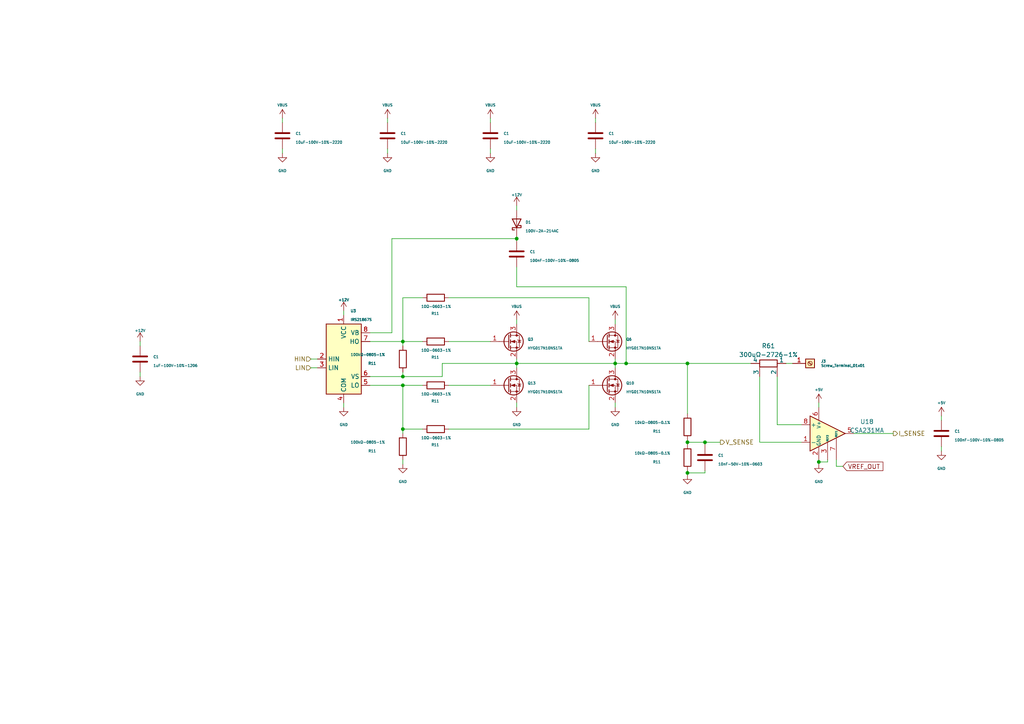
<source format=kicad_sch>
(kicad_sch (version 20230121) (generator eeschema)
  (paper "A4")
  (lib_symbols
    (symbol "Amplifier_Current:INA240A1D" (pin_names (offset 0.127))
      (property "Reference" "U" (at 3.81 3.81 0))
      (property "Value" "INA240A1D" (at 3.81 -2.54 0))
      (symbol "INA240A1D_0_1"
        (polyline (pts (xy 5.08 0) (xy -5.08 5.08) (xy -5.08 -5.08) (xy 5.08 0)) (stroke (width 0.254)) (fill (type background)))
      )
      (symbol "INA240A1D_1_1"
        (pin input line (at -7.62 -2.54 0) (length 2.54) (name "-") (number "1"))
        (pin power_in line (at -2.54 -7.62 90) (length 3.81) (name "GND") (number "2"))
        (pin passive line (at 0 -7.62 90) (length 5.08) (name "REF2") (number "3"))
        (pin passive line (at -2.54 -7.62 90) (length 3.81) hide (name "GND") (number "4"))
        (pin output line (at 7.62 0 180) (length 2.54) (name "~") (number "5"))
        (pin power_in line (at -2.54 7.62 270) (length 3.81) (name "V+") (number "6"))
        (pin passive line (at 2.54 -7.62 90) (length 6.35) (name "REF1") (number "7"))
        (pin input line (at -7.62 2.54 0) (length 2.54) (name "+") (number "8"))
      )
    )
    (symbol "Connector:Screw_Terminal_01x01" (pin_names (offset 1.016) hide)
      (property "Reference" "J" (at 0 2.54 0))
      (property "Value" "Screw_Terminal_01x01" (at 0 -2.54 0))
      (symbol "Screw_Terminal_01x01_1_1"
        (rectangle (start -1.27 1.27) (end 1.27 -1.27) (stroke (width 0.254)) (fill (type background)))
        (polyline (pts (xy -0.5334 0.3302) (xy 0.3302 -0.508)) (stroke (width 0.1524)))
        (polyline (pts (xy -0.3556 0.508) (xy 0.508 -0.3302)) (stroke (width 0.1524)))
        (circle (center 0 0) (radius 0.635) (stroke (width 0.1524)))
        (pin passive line (at -5.08 0 0) (length 3.81) (name "Pin_1") (number "1"))
      )
    )
    (symbol "Device:C" (pin_numbers hide) (pin_names (offset 0.254))
      (property "Reference" "C" (at 0.635 2.54 0))
      (property "Value" "C" (at 0.635 -2.54 0))
      (symbol "C_0_1"
        (polyline (pts (xy -2.032 -0.762) (xy 2.032 -0.762)) (stroke (width 0.508)))
        (polyline (pts (xy -2.032 0.762) (xy 2.032 0.762)) (stroke (width 0.508)))
      )
      (symbol "C_1_1"
        (pin passive line (at 0 3.81 270) (length 2.794) (name "~") (number "1"))
        (pin passive line (at 0 -3.81 90) (length 2.794) (name "~") (number "2"))
      )
    )
    (symbol "Device:D_Schottky" (pin_numbers hide) (pin_names (offset 1.016) hide)
      (property "Reference" "D" (at 0 2.54 0))
      (property "Value" "D_Schottky" (at 0 -2.54 0))
      (symbol "D_Schottky_0_1"
        (polyline (pts (xy 1.27 0) (xy -1.27 0)))
        (polyline (pts (xy 1.27 1.27) (xy 1.27 -1.27) (xy -1.27 0) (xy 1.27 1.27)) (stroke (width 0.254)))
        (polyline (pts (xy -1.905 0.635) (xy -1.905 1.27) (xy -1.27 1.27) (xy -1.27 -1.27) (xy -0.635 -1.27) (xy -0.635 -0.635)) (stroke (width 0.254)))
      )
      (symbol "D_Schottky_1_1"
        (pin passive line (at -3.81 0 0) (length 2.54) (name "K") (number "1"))
        (pin passive line (at 3.81 0 180) (length 2.54) (name "A") (number "2"))
      )
    )
    (symbol "Device:R" (pin_numbers hide) (pin_names (offset 0))
      (property "Reference" "R" (at 2.032 0 90))
      (property "Value" "R" (at 0 0 90))
      (symbol "R_0_1"
        (rectangle (start -1.016 -2.54) (end 1.016 2.54) (stroke (width 0.254)))
      )
      (symbol "R_1_1"
        (pin passive line (at 0 3.81 270) (length 1.27) (name "~") (number "1"))
        (pin passive line (at 0 -3.81 90) (length 1.27) (name "~") (number "2"))
      )
    )
    (symbol "Device:R_Shunt" (pin_numbers hide) (pin_names (offset 0))
      (property "Reference" "R" (at -4.445 0 90))
      (property "Value" "R_Shunt" (at -2.54 0 90))
      (symbol "R_Shunt_0_1"
        (rectangle (start -1.016 -2.54) (end 1.016 2.54) (stroke (width 0.254)))
        (polyline (pts (xy 0 -2.54) (xy 1.27 -2.54)))
        (polyline (pts (xy 1.27 2.54) (xy 0 2.54)))
      )
      (symbol "R_Shunt_1_1"
        (pin passive line (at 0 5.08 270) (length 2.54) (name "1") (number "1"))
        (pin passive line (at 3.81 2.54 180) (length 2.54) (name "2") (number "2"))
        (pin passive line (at 3.81 -2.54 180) (length 2.54) (name "3") (number "3"))
        (pin passive line (at 0 -5.08 90) (length 2.54) (name "4") (number "4"))
      )
    )
    (symbol "Driver_FET:IRS21867S"
      (property "Reference" "U" (at 1.27 13.335 0))
      (property "Value" "IRS21867S" (at 1.27 11.43 0))
      (symbol "IRS21867S_0_1"
        (rectangle (start -5.08 -10.16) (end 5.08 10.16) (stroke (width 0.254)) (fill (type background)))
      )
      (symbol "IRS21867S_1_1"
        (pin power_in line (at 0 12.7 270) (length 2.54) (name "VCC") (number "1"))
        (pin input line (at -7.62 0 0) (length 2.54) (name "HIN") (number "2"))
        (pin input line (at -7.62 -2.54 0) (length 2.54) (name "LIN") (number "3"))
        (pin power_in line (at 0 -12.7 90) (length 2.54) (name "COM") (number "4"))
        (pin output line (at 7.62 -7.62 180) (length 2.54) (name "LO") (number "5"))
        (pin passive line (at 7.62 -5.08 180) (length 2.54) (name "VS") (number "6"))
        (pin output line (at 7.62 5.08 180) (length 2.54) (name "HO") (number "7"))
        (pin passive line (at 7.62 7.62 180) (length 2.54) (name "VB") (number "8"))
      )
    )
    (symbol "Transistor_FET:2N7002H" (pin_names hide)
      (property "Reference" "Q" (at 5.08 1.905 0))
      (property "Value" "2N7002H" (at 5.08 0 0))
      (symbol "2N7002H_0_1"
        (polyline (pts (xy 0.254 0) (xy -2.54 0)))
        (polyline (pts (xy 0.254 1.905) (xy 0.254 -1.905)) (stroke (width 0.254)))
        (polyline (pts (xy 0.762 -1.27) (xy 0.762 -2.286)) (stroke (width 0.254)))
        (polyline (pts (xy 0.762 0.508) (xy 0.762 -0.508)) (stroke (width 0.254)))
        (polyline (pts (xy 0.762 2.286) (xy 0.762 1.27)) (stroke (width 0.254)))
        (polyline (pts (xy 2.54 2.54) (xy 2.54 1.778)))
        (polyline (pts (xy 2.54 -2.54) (xy 2.54 0) (xy 0.762 0)))
        (polyline (pts (xy 0.762 -1.778) (xy 3.302 -1.778) (xy 3.302 1.778) (xy 0.762 1.778)))
        (polyline (pts (xy 1.016 0) (xy 2.032 0.381) (xy 2.032 -0.381) (xy 1.016 0)) (fill (type outline)))
        (polyline (pts (xy 2.794 0.508) (xy 2.921 0.381) (xy 3.683 0.381) (xy 3.81 0.254)))
        (polyline (pts (xy 3.302 0.381) (xy 2.921 -0.254) (xy 3.683 -0.254) (xy 3.302 0.381)))
        (circle (center 1.651 0) (radius 2.794) (stroke (width 0.254)))
        (circle (center 2.54 -1.778) (radius 0.254) (fill (type outline)))
        (circle (center 2.54 1.778) (radius 0.254) (fill (type outline)))
      )
      (symbol "2N7002H_1_1"
        (pin input line (at -5.08 0 0) (length 2.54) (name "G") (number "1"))
        (pin passive line (at 2.54 -5.08 90) (length 2.54) (name "S") (number "2"))
        (pin passive line (at 2.54 5.08 270) (length 2.54) (name "D") (number "3"))
      )
    )
    (symbol "power:+12V" (power) (pin_names (offset 0))
      (property "Value" "+12V" (at 0 3.556 0))
      (symbol "+12V_0_1"
        (polyline (pts (xy -0.762 1.27) (xy 0 2.54)))
        (polyline (pts (xy 0 0) (xy 0 2.54)))
        (polyline (pts (xy 0 2.54) (xy 0.762 1.27)))
      )
      (symbol "+12V_1_1"
        (pin power_in line (at 0 0 90) (length 0) hide (name "+12V") (number "1"))
      )
    )
    (symbol "power:+5V" (power) (pin_names (offset 0))
      (property "Value" "+5V" (at 0 3.556 0))
      (symbol "+5V_0_1"
        (polyline (pts (xy -0.762 1.27) (xy 0 2.54)))
        (polyline (pts (xy 0 0) (xy 0 2.54)))
        (polyline (pts (xy 0 2.54) (xy 0.762 1.27)))
      )
      (symbol "+5V_1_1"
        (pin power_in line (at 0 0 90) (length 0) hide (name "+5V") (number "1"))
      )
    )
    (symbol "power:GND" (power) (pin_names (offset 0))
      (property "Value" "GND" (at 0 -3.81 0))
      (symbol "GND_0_1"
        (polyline (pts (xy 0 0) (xy 0 -1.27) (xy 1.27 -1.27) (xy 0 -2.54) (xy -1.27 -1.27) (xy 0 -1.27)))
      )
      (symbol "GND_1_1"
        (pin power_in line (at 0 0 270) (length 0) hide (name "GND") (number "1"))
      )
    )
    (symbol "power:VBUS" (power) (pin_names (offset 0))
      (property "Value" "VBUS" (at 0 3.81 0))
      (symbol "VBUS_0_1"
        (polyline (pts (xy -0.762 1.27) (xy 0 2.54)))
        (polyline (pts (xy 0 0) (xy 0 2.54)))
        (polyline (pts (xy 0 2.54) (xy 0.762 1.27)))
      )
      (symbol "VBUS_1_1"
        (pin power_in line (at 0 0 90) (length 0) hide (name "VBUS") (number "1"))
      )
    )
  )
  (junction (at 116.84 99.06))
  (junction (at 181.61 105.41))
  (junction (at 178.435 105.41))
  (junction (at 204.47 128.27))
  (junction (at 199.39 128.27))
  (junction (at 237.49 133.985))
  (junction (at 116.84 124.46))
  (junction (at 116.84 111.76))
  (junction (at 149.86 69.215))
  (junction (at 116.84 109.22))
  (junction (at 199.39 105.41))
  (junction (at 149.86 105.41))
  (junction (at 199.39 137.16))
  (wire (pts (xy 116.84 109.22) (xy 128.27 109.22)))
  (wire (pts (xy 130.175 99.06) (xy 142.24 99.06)))
  (wire (pts (xy 199.39 105.41) (xy 217.805 105.41)))
  (wire (pts (xy 142.24 43.18) (xy 142.24 44.45)))
  (wire (pts (xy 149.86 68.58) (xy 149.86 69.215)))
  (wire (pts (xy 149.86 105.41) (xy 178.435 105.41)))
  (wire (pts (xy 116.84 99.06) (xy 116.84 100.33)))
  (wire (pts (xy 116.84 86.36) (xy 116.84 99.06)))
  (wire (pts (xy 112.395 43.18) (xy 112.395 44.45)))
  (wire (pts (xy 149.86 83.185) (xy 181.61 83.185)))
  (wire (pts (xy 149.86 69.215) (xy 149.86 69.85)))
  (wire (pts (xy 178.435 105.41) (xy 178.435 106.68)))
  (wire (pts (xy 181.61 105.41) (xy 199.39 105.41)))
  (wire (pts (xy 199.39 105.41) (xy 199.39 120.015)))
  (wire (pts (xy 273.05 129.54) (xy 273.05 130.81)))
  (wire (pts (xy 122.555 86.36) (xy 116.84 86.36)))
  (wire (pts (xy 112.395 34.29) (xy 112.395 35.56)))
  (wire (pts (xy 149.86 104.14) (xy 149.86 105.41)))
  (wire (pts (xy 204.47 128.905) (xy 204.47 128.27)))
  (wire (pts (xy 113.665 96.52) (xy 113.665 69.215)))
  (wire (pts (xy 107.315 99.06) (xy 116.84 99.06)))
  (wire (pts (xy 130.175 86.36) (xy 170.815 86.36)))
  (wire (pts (xy 199.39 136.525) (xy 199.39 137.16)))
  (wire (pts (xy 116.84 133.35) (xy 116.84 134.62)))
  (wire (pts (xy 237.49 133.985) (xy 237.49 134.62)))
  (wire (pts (xy 116.84 99.06) (xy 122.555 99.06)))
  (wire (pts (xy 99.695 116.84) (xy 99.695 118.11)))
  (wire (pts (xy 90.17 106.68) (xy 92.075 106.68)))
  (wire (pts (xy 204.47 137.16) (xy 204.47 136.525)))
  (wire (pts (xy 116.84 124.46) (xy 116.84 111.76)))
  (wire (pts (xy 149.86 116.84) (xy 149.86 118.11)))
  (wire (pts (xy 247.65 125.73) (xy 259.08 125.73)))
  (wire (pts (xy 199.39 137.16) (xy 204.47 137.16)))
  (wire (pts (xy 232.41 123.19) (xy 225.425 123.19)))
  (wire (pts (xy 237.49 116.84) (xy 237.49 118.11)))
  (wire (pts (xy 116.84 124.46) (xy 116.84 125.73)))
  (wire (pts (xy 199.39 127.635) (xy 199.39 128.27)))
  (wire (pts (xy 130.175 111.76) (xy 142.24 111.76)))
  (wire (pts (xy 149.86 59.69) (xy 149.86 60.96)))
  (wire (pts (xy 244.475 135.255) (xy 242.57 135.255)))
  (wire (pts (xy 220.345 128.27) (xy 220.345 109.22)))
  (wire (pts (xy 178.435 105.41) (xy 181.61 105.41)))
  (wire (pts (xy 240.03 133.985) (xy 237.49 133.985)))
  (wire (pts (xy 240.03 133.35) (xy 240.03 133.985)))
  (wire (pts (xy 116.84 107.95) (xy 116.84 109.22)))
  (wire (pts (xy 199.39 128.27) (xy 199.39 128.905)))
  (wire (pts (xy 181.61 83.185) (xy 181.61 105.41)))
  (wire (pts (xy 170.815 86.36) (xy 170.815 99.06)))
  (wire (pts (xy 142.24 34.29) (xy 142.24 35.56)))
  (wire (pts (xy 99.695 90.17) (xy 99.695 91.44)))
  (wire (pts (xy 172.72 43.18) (xy 172.72 44.45)))
  (wire (pts (xy 116.84 111.76) (xy 122.555 111.76)))
  (wire (pts (xy 149.86 92.71) (xy 149.86 93.98)))
  (wire (pts (xy 273.05 120.65) (xy 273.05 121.92)))
  (wire (pts (xy 122.555 124.46) (xy 116.84 124.46)))
  (wire (pts (xy 199.39 137.16) (xy 199.39 137.795)))
  (wire (pts (xy 225.425 123.19) (xy 225.425 109.22)))
  (wire (pts (xy 170.815 111.76) (xy 170.815 124.46)))
  (wire (pts (xy 107.315 96.52) (xy 113.665 96.52)))
  (wire (pts (xy 128.27 105.41) (xy 149.86 105.41)))
  (wire (pts (xy 81.915 34.29) (xy 81.915 35.56)))
  (wire (pts (xy 40.64 107.95) (xy 40.64 109.22)))
  (wire (pts (xy 40.64 99.06) (xy 40.64 100.33)))
  (wire (pts (xy 113.665 69.215) (xy 149.86 69.215)))
  (wire (pts (xy 149.86 77.47) (xy 149.86 83.185)))
  (wire (pts (xy 178.435 104.14) (xy 178.435 105.41)))
  (wire (pts (xy 204.47 128.27) (xy 199.39 128.27)))
  (wire (pts (xy 107.315 111.76) (xy 116.84 111.76)))
  (wire (pts (xy 204.47 128.27) (xy 208.915 128.27)))
  (wire (pts (xy 232.41 128.27) (xy 220.345 128.27)))
  (wire (pts (xy 172.72 34.29) (xy 172.72 35.56)))
  (wire (pts (xy 128.27 109.22) (xy 128.27 105.41)))
  (wire (pts (xy 178.435 116.84) (xy 178.435 118.11)))
  (wire (pts (xy 81.915 43.18) (xy 81.915 44.45)))
  (wire (pts (xy 242.57 135.255) (xy 242.57 133.35)))
  (wire (pts (xy 178.435 92.71) (xy 178.435 93.98)))
  (wire (pts (xy 227.965 105.41) (xy 229.87 105.41)))
  (wire (pts (xy 107.315 109.22) (xy 116.84 109.22)))
  (wire (pts (xy 130.175 124.46) (xy 170.815 124.46)))
  (wire (pts (xy 149.86 105.41) (xy 149.86 106.68)))
  (wire (pts (xy 237.49 133.35) (xy 237.49 133.985)))
  (wire (pts (xy 90.17 104.14) (xy 92.075 104.14)))
  (global_label "VREF_OUT" (shape input) (at 244.475 135.255 0) (property "Intersheetrefs" "${INTERSHEET_REFS}" (effects hide)))
  (hierarchical_label "HIN" (shape input) (at 90.17 104.14 180))
  (hierarchical_label "V_SENSE" (shape output) (at 208.915 128.27 0))
  (hierarchical_label "I_SENSE" (shape output) (at 259.08 125.73 0))
  (hierarchical_label "LIN" (shape input) (at 90.17 106.68 180))
  (symbol (lib_id "power:VBUS") (at 149.86 92.71 0) (unit 1)
    (property "Reference" "#PWR013" (effects hide))
    (property "Value" "VBUS" (at 149.86 88.9 0) (effects (font (size 0.75 0.75))))
    (instances (project "Knockoff Inverter" (path "" (reference "#PWR013") (unit 1)) (path "" (reference "#PWR0134") (unit 1)) (path "" (reference "#PWR0152") (unit 1))))
  )
  (symbol (lib_id "Device:D_Schottky") (at 149.86 64.77 90) (unit 1)
    (property "Reference" "D1" (at 152.4 64.4525 90) (effects (font (size 0.75 0.75)) (justify right)))
    (property "Value" "100V-2A-214AC" (at 152.4 66.9925 90) (effects (font (size 0.75 0.75)) (justify right)))
    (property "Footprint" "Diode_SMD:D_SMA" (effects hide))
    (property "Datasheet" "https://www.lcsc.com/product-detail/Schottky-Barrier-Diodes-SBD_MDD-Microdiode-Electronics-SS210_C14996.html" (effects hide))
    (property "LCSC" "C14996" (effects hide))
    (property "MPN" "C14996" (effects hide))
    (instances (project "Knockoff Inverter" (path "" (reference "D1") (unit 1)) (path "" (reference "D1") (unit 1)) (path "" (reference "D6") (unit 1)) (path "" (reference "D7") (unit 1))))
  )
  (symbol (lib_id "power:VBUS") (at 172.72 34.29 0) (unit 1)
    (property "Reference" "#PWR018" (effects hide))
    (property "Value" "VBUS" (at 172.72 30.48 0) (effects (font (size 0.75 0.75))))
    (instances (project "Knockoff Inverter" (path "" (reference "#PWR018") (unit 1)) (path "" (reference "#PWR0136") (unit 1)) (path "" (reference "#PWR0154") (unit 1))))
  )
  (symbol (lib_id "Transistor_FET:2N7002H") (at 175.895 99.06 0) (unit 1)
    (property "Reference" "Q6" (at 181.61 98.425 0) (effects (font (size 0.75 0.75)) (justify left)))
    (property "Value" "HYG017N10NS1TA" (at 181.61 100.965 0) (effects (font (size 0.75 0.75)) (justify left)))
    (property "Footprint" "Package_TO_SOT_SMD:Infineon_PG-HSOF-8-1_ThermalVias" (effects hide))
    (property "Datasheet" "https://jlcpcb.com/partdetail/Huayi-HYG028N10NS1B6/C2886383" (effects hide))
    (property "LCSC" "C5205219" (effects hide))
    (property "MPN" "C5205219" (effects hide))
    (instances (project "Knockoff Inverter" (path "" (reference "Q6") (unit 1)) (path "" (reference "Q4") (unit 1)) (path "" (reference "Q5") (unit 1))))
  )
  (symbol (lib_id "power:GND") (at 142.24 44.45 0) (unit 1)
    (property "Reference" "#PWR017" (effects hide))
    (property "Value" "GND" (at 142.24 49.53 0) (effects (font (size 0.75 0.75))))
    (instances (project "Knockoff Inverter" (path "" (reference "#PWR017") (unit 1)) (path "" (reference "#PWR0131") (unit 1)) (path "" (reference "#PWR0149") (unit 1))))
  )
  (symbol (lib_id "power:GND") (at 178.435 118.11 0) (unit 1)
    (property "Reference" "#PWR0179" (effects hide))
    (property "Value" "GND" (at 178.435 123.19 0) (effects (font (size 0.75 0.75))))
    (instances (project "Knockoff Inverter" (path "" (reference "#PWR0179") (unit 1)) (path "" (reference "#PWR0181") (unit 1)) (path "" (reference "#PWR0183") (unit 1))))
  )
  (symbol (lib_id "power:GND") (at 199.39 137.795 0) (unit 1)
    (property "Reference" "#PWR0117" (effects hide))
    (property "Value" "GND" (at 199.39 142.875 0) (effects (font (size 0.75 0.75))))
    (instances (project "Knockoff Inverter" (path "" (reference "#PWR0117") (unit 1)) (path "" (reference "#PWR0138") (unit 1)) (path "" (reference "#PWR0156") (unit 1))))
  )
  (symbol (lib_id "power:VBUS") (at 142.24 34.29 0) (unit 1)
    (property "Reference" "#PWR016" (effects hide))
    (property "Value" "VBUS" (at 142.24 30.48 0) (effects (font (size 0.75 0.75))))
    (instances (project "Knockoff Inverter" (path "" (reference "#PWR016") (unit 1)) (path "" (reference "#PWR0130") (unit 1)) (path "" (reference "#PWR0148") (unit 1))))
  )
  (symbol (lib_id "Device:R_Shunt") (at 222.885 105.41 270) (unit 1)
    (property "Reference" "R61" (at 222.885 100.33 90))
    (property "Value" "300uΩ-2726-1%" (at 222.885 102.87 90))
    (property "Footprint" "SamacSys_Parts:BVBMR00110" (effects hide))
    (property "LCSC" "C481539" (effects hide))
    (property "MPN" "C481539" (effects hide))
    (instances (project "Knockoff Inverter" (path "" (reference "R61") (unit 1)) (path "" (reference "R62") (unit 1)) (path "" (reference "R63") (unit 1))))
  )
  (symbol (lib_id "Device:C") (at 273.05 125.73 180) (unit 1)
    (property "Reference" "C1" (at 276.86 125.095 0) (effects (font (size 0.75 0.75)) (justify right)))
    (property "Value" "100nF-100V-10%-0805" (at 276.86 127.635 0) (effects (font (size 0.75 0.75)) (justify right)))
    (property "Footprint" "Capacitor_SMD:C_0805_2012Metric" (effects hide))
    (property "Datasheet" "https://www.lcsc.com/product-detail/Multilayer-Ceramic-Capacitors-MLCC-SMD-SMT_Samsung-Electro-Mechanics-CL21B104KCFNNNE_C28233.html" (effects hide))
    (property "LCSC" "C28233" (effects hide))
    (property "MPN" "C28233" (effects hide))
    (instances (project "Knockoff Inverter" (path "" (reference "C1") (unit 1)) (path "" (reference "C28") (unit 1)) (path "" (reference "C47") (unit 1)) (path "" (reference "C55") (unit 1))))
  )
  (symbol (lib_id "Device:R") (at 199.39 123.825 0) (unit 1)
    (property "Reference" "R11" (at 190.5 125.095 0) (effects (font (size 0.75 0.75))))
    (property "Value" "10kΩ-0805-0.1%" (at 189.23 122.555 0) (effects (font (size 0.75 0.75))))
    (property "Footprint" "Resistor_SMD:R_0805_2012Metric" (effects hide))
    (property "LCSC" "C5159707" (effects hide))
    (property "MPN" "C5159707" (effects hide))
    (instances (project "Knockoff Inverter" (path "" (reference "R11") (unit 1)) (path "" (reference "R16") (unit 1)) (path "" (reference "R26") (unit 1)) (path "" (reference "R30") (unit 1))))
  )
  (symbol (lib_id "power:GND") (at 273.05 130.81 0) (unit 1)
    (property "Reference" "#PWR081" (effects hide))
    (property "Value" "GND" (at 273.05 135.89 0) (effects (font (size 0.75 0.75))))
    (instances (project "Knockoff Inverter" (path "" (reference "#PWR081") (unit 1)) (path "" (reference "#PWR0140") (unit 1)) (path "" (reference "#PWR0158") (unit 1))))
  )
  (symbol (lib_id "Device:C") (at 112.395 39.37 180) (unit 1)
    (property "Reference" "C1" (at 116.205 38.735 0) (effects (font (size 0.75 0.75)) (justify right)))
    (property "Value" "10uF-100V-10%-2220" (at 116.205 41.275 0) (effects (font (size 0.75 0.75)) (justify right)))
    (property "Footprint" "Capacitor_SMD:C_2220_5650Metric" (effects hide))
    (property "Datasheet" "https://www.lcsc.com/product-detail/Multilayer-Ceramic-Capacitors-MLCC-SMD-SMT_Samsung-Electro-Mechanics-CL21B104KCFNNNE_C28233.html" (effects hide))
    (property "LCSC" "C2843466" (effects hide))
    (property "MPN" "C2843466" (effects hide))
    (instances (project "Knockoff Inverter" (path "" (reference "C1") (unit 1)) (path "" (reference "C60") (unit 1)) (path "" (reference "C62") (unit 1)) (path "" (reference "C64") (unit 1))))
  )
  (symbol (lib_id "power:GND") (at 149.86 118.11 0) (unit 1)
    (property "Reference" "#PWR012" (effects hide))
    (property "Value" "GND" (at 149.86 123.19 0) (effects (font (size 0.75 0.75))))
    (instances (project "Knockoff Inverter" (path "" (reference "#PWR012") (unit 1)) (path "" (reference "#PWR0135") (unit 1)) (path "" (reference "#PWR0153") (unit 1))))
  )
  (symbol (lib_id "power:VBUS") (at 178.435 92.71 0) (unit 1)
    (property "Reference" "#PWR0178" (effects hide))
    (property "Value" "VBUS" (at 178.435 88.9 0) (effects (font (size 0.75 0.75))))
    (instances (project "Knockoff Inverter" (path "" (reference "#PWR0178") (unit 1)) (path "" (reference "#PWR0180") (unit 1)) (path "" (reference "#PWR0182") (unit 1))))
  )
  (symbol (lib_id "Transistor_FET:2N7002H") (at 147.32 99.06 0) (unit 1)
    (property "Reference" "Q3" (at 153.035 98.425 0) (effects (font (size 0.75 0.75)) (justify left)))
    (property "Value" "HYG017N10NS1TA" (at 153.035 100.965 0) (effects (font (size 0.75 0.75)) (justify left)))
    (property "Footprint" "Package_TO_SOT_SMD:Infineon_PG-HSOF-8-1_ThermalVias" (effects hide))
    (property "Datasheet" "https://jlcpcb.com/partdetail/Huayi-HYG028N10NS1B6/C2886383" (effects hide))
    (property "LCSC" "C5205219" (effects hide))
    (property "MPN" "C5205219" (effects hide))
    (instances (project "Knockoff Inverter" (path "" (reference "Q3") (unit 1)) (path "" (reference "Q1") (unit 1)) (path "" (reference "Q2") (unit 1))))
  )
  (symbol (lib_id "power:GND") (at 116.84 134.62 0) (unit 1)
    (property "Reference" "#PWR05" (effects hide))
    (property "Value" "GND" (at 116.84 139.7 0) (effects (font (size 0.75 0.75))))
    (instances (project "Knockoff Inverter" (path "" (reference "#PWR05") (unit 1)) (path "" (reference "#PWR055") (unit 1)) (path "" (reference "#PWR056") (unit 1)) (path "" (reference "#PWR068") (unit 1))))
  )
  (symbol (lib_id "power:+12V") (at 99.695 90.17 0) (unit 1)
    (property "Reference" "#PWR010" (effects hide))
    (property "Value" "+12V" (at 99.695 86.995 0) (effects (font (size 0.75 0.75))))
    (instances (project "Knockoff Inverter" (path "" (reference "#PWR010") (unit 1)) (path "" (reference "#PWR0128") (unit 1)) (path "" (reference "#PWR0146") (unit 1))))
  )
  (symbol (lib_id "Driver_FET:IRS21867S") (at 99.695 104.14 0) (unit 1)
    (property "Reference" "U3" (at 101.6509 90.17 0) (effects (font (size 0.75 0.75)) (justify left)))
    (property "Value" "IRS21867S" (at 101.6509 92.71 0) (effects (font (size 0.75 0.75)) (justify left)))
    (property "Footprint" "Package_SO:SOIC-8_3.9x4.9mm_P1.27mm" (effects hide))
    (property "Datasheet" "http://www.infineon.com/dgdl/irs21867spbf.pdf?fileId=5546d462533600a4015356770e8327eb" (effects hide))
    (property "LCSC" "C7432820" (effects hide))
    (property "MPN" "C7432820" (effects hide))
    (instances (project "Knockoff Inverter" (path "" (reference "U3") (unit 1)) (path "" (reference "U12") (unit 1)) (path "" (reference "U14") (unit 1))))
  )
  (symbol (lib_id "power:GND") (at 40.64 109.22 0) (unit 1)
    (property "Reference" "#PWR05" (effects hide))
    (property "Value" "GND" (at 40.64 114.3 0) (effects (font (size 0.75 0.75))))
    (instances (project "Knockoff Inverter" (path "" (reference "#PWR05") (unit 1)) (path "" (reference "#PWR015") (unit 1)) (path "" (reference "#PWR0127") (unit 1)) (path "" (reference "#PWR0145") (unit 1))))
  )
  (symbol (lib_id "Device:R") (at 116.84 104.14 0) (unit 1)
    (property "Reference" "R11" (at 107.95 105.41 0) (effects (font (size 0.75 0.75))))
    (property "Value" "100kΩ-0805-1%" (at 106.68 102.87 0) (effects (font (size 0.75 0.75))))
    (property "Footprint" "Resistor_SMD:R_0805_2012Metric" (effects hide))
    (property "LCSC" "C149504" (effects hide))
    (property "MPN" "C149504" (effects hide))
    (instances (project "Knockoff Inverter" (path "" (reference "R11") (unit 1)) (path "" (reference "R55") (unit 1)) (path "" (reference "R56") (unit 1)) (path "" (reference "R57") (unit 1)) (path "" (reference "R38") (unit 1))))
  )
  (symbol (lib_id "Device:R") (at 126.365 111.76 90) (unit 1)
    (property "Reference" "R11" (at 126.238 116.332 90) (effects (font (size 0.75 0.75))))
    (property "Value" "10Ω-0603-1%" (at 126.492 114.3 90) (effects (font (size 0.75 0.75))))
    (property "Footprint" "Resistor_SMD:R_0603_1608Metric" (effects hide))
    (property "LCSC" "C22859" (effects hide))
    (property "MPN" "C22859" (effects hide))
    (instances (project "Knockoff Inverter" (path "" (reference "R11") (unit 1)) (path "" (reference "R42") (unit 1)) (path "" (reference "R43") (unit 1)) (path "" (reference "R44") (unit 1))))
  )
  (symbol (lib_id "power:+5V") (at 273.05 120.65 0) (unit 1)
    (property "Reference" "#PWR046" (effects hide))
    (property "Value" "+5V" (at 273.05 116.84 0) (effects (font (size 0.75 0.75))))
    (instances (project "Knockoff Inverter" (path "" (reference "#PWR046") (unit 1)) (path "" (reference "#PWR080") (unit 1)) (path "" (reference "#PWR0139") (unit 1)) (path "" (reference "#PWR0157") (unit 1))))
  )
  (symbol (lib_id "Connector:Screw_Terminal_01x01") (at 234.95 105.41 0) (unit 1)
    (property "Reference" "J3" (at 238.125 104.775 0) (effects (font (size 0.75 0.75)) (justify left)))
    (property "Value" "Screw_Terminal_01x01" (at 238.125 106.045 0) (effects (font (size 0.75 0.75)) (justify left)))
    (property "Footprint" "SamacSys_Parts:7466005R" (effects hide))
    (instances (project "Knockoff Inverter" (path "" (reference "J3") (unit 1)) (path "" (reference "J4") (unit 1)) (path "" (reference "J5") (unit 1))) (project "Power Board" (path "" (reference "J2") (unit 1))))
  )
  (symbol (lib_id "Device:R") (at 126.365 124.46 90) (unit 1)
    (property "Reference" "R11" (at 126.238 129.032 90) (effects (font (size 0.75 0.75))))
    (property "Value" "10Ω-0603-1%" (at 126.492 127 90) (effects (font (size 0.75 0.75))))
    (property "Footprint" "Resistor_SMD:R_0603_1608Metric" (effects hide))
    (property "LCSC" "C22859" (effects hide))
    (property "MPN" "C22859" (effects hide))
    (instances (project "Knockoff Inverter" (path "" (reference "R11") (unit 1)) (path "" (reference "R51") (unit 1)) (path "" (reference "R52") (unit 1)) (path "" (reference "R53") (unit 1))))
  )
  (symbol (lib_id "power:GND") (at 237.49 134.62 0) (unit 1)
    (property "Reference" "#PWR026" (effects hide))
    (property "Value" "GND" (at 237.49 139.7 0) (effects (font (size 0.75 0.75))))
    (instances (project "Knockoff Inverter" (path "" (reference "#PWR026") (unit 1)) (path "" (reference "#PWR027") (unit 1)) (path "" (reference "#PWR029") (unit 1))))
  )
  (symbol (lib_id "power:GND") (at 99.695 118.11 0) (unit 1)
    (property "Reference" "#PWR05" (effects hide))
    (property "Value" "GND" (at 99.695 123.19 0) (effects (font (size 0.75 0.75))))
    (instances (project "Knockoff Inverter" (path "" (reference "#PWR05") (unit 1)) (path "" (reference "#PWR011") (unit 1)) (path "" (reference "#PWR0129") (unit 1)) (path "" (reference "#PWR0147") (unit 1))))
  )
  (symbol (lib_id "Device:C") (at 204.47 132.715 180) (unit 1)
    (property "Reference" "C1" (at 208.28 132.08 0) (effects (font (size 0.75 0.75)) (justify right)))
    (property "Value" "10nF-50V-10%-0603" (at 208.28 134.62 0) (effects (font (size 0.75 0.75)) (justify right)))
    (property "Footprint" "Capacitor_SMD:C_0603_1608Metric" (effects hide))
    (property "Datasheet" "https://www.lcsc.com/product-detail/Multilayer-Ceramic-Capacitors-MLCC-SMD-SMT_FH-Guangdong-Fenghua-Advanced-Tech-0603B103K500NT_C57112.html" (effects hide))
    (property "LCSC" "C57112" (effects hide))
    (property "MPN" "C57112" (effects hide))
    (instances (project "Knockoff Inverter" (path "" (reference "C1") (unit 1)) (path "" (reference "C40") (unit 1)) (path "" (reference "C10") (unit 1)) (path "" (reference "C10") (unit 1)) (path "" (reference "C46") (unit 1)) (path "" (reference "C54") (unit 1))))
  )
  (symbol (lib_id "Transistor_FET:2N7002H") (at 175.895 111.76 0) (unit 1)
    (property "Reference" "Q10" (at 181.61 111.125 0) (effects (font (size 0.75 0.75)) (justify left)))
    (property "Value" "HYG017N10NS1TA" (at 181.61 113.665 0) (effects (font (size 0.75 0.75)) (justify left)))
    (property "Footprint" "_Home_Grow:Infineon_PG-HSOF-8-1_ThermalVias_GAPPED" (effects hide))
    (property "Datasheet" "https://jlcpcb.com/partdetail/Huayi-HYG028N10NS1B6/C2886383" (effects hide))
    (property "LCSC" "C5205219" (effects hide))
    (property "MPN" "C5205219" (effects hide))
    (instances (project "Knockoff Inverter" (path "" (reference "Q10") (unit 1)) (path "" (reference "Q8") (unit 1)) (path "" (reference "Q9") (unit 1))))
  )
  (symbol (lib_id "Device:C") (at 40.64 104.14 180) (unit 1)
    (property "Reference" "C1" (at 44.45 103.505 0) (effects (font (size 0.75 0.75)) (justify right)))
    (property "Value" "1uF-100V-10%-1206" (at 44.45 106.045 0) (effects (font (size 0.75 0.75)) (justify right)))
    (property "Footprint" "Capacitor_SMD:C_1206_3216Metric" (effects hide))
    (property "Datasheet" "https://www.lcsc.com/product-detail/Multilayer-Ceramic-Capacitors-MLCC-SMD-SMT_Samsung-Electro-Mechanics-CL21B105KBFNNNE_C28323.html" (effects hide))
    (property "LCSC" "C13832" (effects hide))
    (property "MPN" "C13832" (effects hide))
    (instances (project "Knockoff Inverter" (path "" (reference "C1") (unit 1)) (path "" (reference "C2") (unit 1)) (path "" (reference "C41") (unit 1)) (path "" (reference "C49") (unit 1))))
  )
  (symbol (lib_id "Device:C") (at 142.24 39.37 180) (unit 1)
    (property "Reference" "C1" (at 146.05 38.735 0) (effects (font (size 0.75 0.75)) (justify right)))
    (property "Value" "10uF-100V-10%-2220" (at 146.05 41.275 0) (effects (font (size 0.75 0.75)) (justify right)))
    (property "Footprint" "Capacitor_SMD:C_2220_5650Metric" (effects hide))
    (property "Datasheet" "https://www.lcsc.com/product-detail/Multilayer-Ceramic-Capacitors-MLCC-SMD-SMT_Samsung-Electro-Mechanics-CL21B104KCFNNNE_C28233.html" (effects hide))
    (property "LCSC" "C2843466" (effects hide))
    (property "MPN" "C2843466" (effects hide))
    (instances (project "Knockoff Inverter" (path "" (reference "C1") (unit 1)) (path "" (reference "C4") (unit 1)) (path "" (reference "C43") (unit 1)) (path "" (reference "C51") (unit 1))))
  )
  (symbol (lib_id "Amplifier_Current:INA240A1D") (at 240.03 125.73 0) (unit 1)
    (property "Reference" "U18" (at 251.46 122.3011 0))
    (property "Value" "CSA231MA" (at 251.46 124.8411 0))
    (property "Footprint" "Package_SO:SOIC-8_3.9x4.9mm_P1.27mm" (effects hide))
    (property "Datasheet" "http://www.ti.com/lit/ds/symlink/ina240.pdf" (effects hide))
    (instances (project "Knockoff Inverter" (path "" (reference "U18") (unit 1)) (path "" (reference "U19") (unit 1)) (path "" (reference "U20") (unit 1))))
  )
  (symbol (lib_id "power:+12V") (at 149.86 59.69 0) (unit 1)
    (property "Reference" "#PWR08" (effects hide))
    (property "Value" "+12V" (at 149.86 56.515 0) (effects (font (size 0.75 0.75))))
    (instances (project "Knockoff Inverter" (path "" (reference "#PWR08") (unit 1)) (path "" (reference "#PWR0132") (unit 1)) (path "" (reference "#PWR0150") (unit 1))))
  )
  (symbol (lib_id "Device:R") (at 126.365 86.36 90) (unit 1)
    (property "Reference" "R11" (at 126.238 90.932 90) (effects (font (size 0.75 0.75))))
    (property "Value" "10Ω-0603-1%" (at 126.492 88.9 90) (effects (font (size 0.75 0.75))))
    (property "Footprint" "Resistor_SMD:R_0603_1608Metric" (effects hide))
    (property "LCSC" "C22859" (effects hide))
    (property "MPN" "C22859" (effects hide))
    (instances (project "Knockoff Inverter" (path "" (reference "R11") (unit 1)) (path "" (reference "R48") (unit 1)) (path "" (reference "R49") (unit 1)) (path "" (reference "R50") (unit 1))))
  )
  (symbol (lib_id "Device:R") (at 116.84 129.54 0) (unit 1)
    (property "Reference" "R11" (at 107.95 130.81 0) (effects (font (size 0.75 0.75))))
    (property "Value" "100kΩ-0805-1%" (at 106.68 128.27 0) (effects (font (size 0.75 0.75))))
    (property "Footprint" "Resistor_SMD:R_0805_2012Metric" (effects hide))
    (property "LCSC" "C149504" (effects hide))
    (property "MPN" "C149504" (effects hide))
    (instances (project "Knockoff Inverter" (path "" (reference "R11") (unit 1)) (path "" (reference "R58") (unit 1)) (path "" (reference "R59") (unit 1)) (path "" (reference "R60") (unit 1)) (path "" (reference "R38") (unit 1))))
  )
  (symbol (lib_id "Device:R") (at 199.39 132.715 0) (unit 1)
    (property "Reference" "R11" (at 190.5 133.985 0) (effects (font (size 0.75 0.75))))
    (property "Value" "10kΩ-0805-0.1%" (at 189.23 131.445 0) (effects (font (size 0.75 0.75))))
    (property "Footprint" "Resistor_SMD:R_0805_2012Metric" (effects hide))
    (property "LCSC" "C5159707" (effects hide))
    (property "MPN" "C5159707" (effects hide))
    (instances (project "Knockoff Inverter" (path "" (reference "R11") (unit 1)) (path "" (reference "R17") (unit 1)) (path "" (reference "R27") (unit 1)) (path "" (reference "R31") (unit 1))))
  )
  (symbol (lib_id "power:+12V") (at 40.64 99.06 0) (unit 1)
    (property "Reference" "#PWR014" (effects hide))
    (property "Value" "+12V" (at 40.64 95.885 0) (effects (font (size 0.75 0.75))))
    (instances (project "Knockoff Inverter" (path "" (reference "#PWR014") (unit 1)) (path "" (reference "#PWR0126") (unit 1)) (path "" (reference "#PWR0144") (unit 1))))
  )
  (symbol (lib_id "Device:C") (at 81.915 39.37 180) (unit 1)
    (property "Reference" "C1" (at 85.725 38.735 0) (effects (font (size 0.75 0.75)) (justify right)))
    (property "Value" "10uF-100V-10%-2220" (at 85.725 41.275 0) (effects (font (size 0.75 0.75)) (justify right)))
    (property "Footprint" "Capacitor_SMD:C_2220_5650Metric" (effects hide))
    (property "Datasheet" "https://www.lcsc.com/product-detail/Multilayer-Ceramic-Capacitors-MLCC-SMD-SMT_Samsung-Electro-Mechanics-CL21B104KCFNNNE_C28233.html" (effects hide))
    (property "LCSC" "C2843466" (effects hide))
    (property "MPN" "C2843466" (effects hide))
    (instances (project "Knockoff Inverter" (path "" (reference "C1") (unit 1)) (path "" (reference "C59") (unit 1)) (path "" (reference "C61") (unit 1)) (path "" (reference "C63") (unit 1))))
  )
  (symbol (lib_id "power:VBUS") (at 112.395 34.29 0) (unit 1)
    (property "Reference" "#PWR0186" (effects hide))
    (property "Value" "VBUS" (at 112.395 30.48 0) (effects (font (size 0.75 0.75))))
    (instances (project "Knockoff Inverter" (path "" (reference "#PWR0186") (unit 1)) (path "" (reference "#PWR0190") (unit 1)) (path "" (reference "#PWR0194") (unit 1))))
  )
  (symbol (lib_id "power:GND") (at 172.72 44.45 0) (unit 1)
    (property "Reference" "#PWR019" (effects hide))
    (property "Value" "GND" (at 172.72 49.53 0) (effects (font (size 0.75 0.75))))
    (instances (project "Knockoff Inverter" (path "" (reference "#PWR019") (unit 1)) (path "" (reference "#PWR0137") (unit 1)) (path "" (reference "#PWR0155") (unit 1))))
  )
  (symbol (lib_id "Device:C") (at 172.72 39.37 180) (unit 1)
    (property "Reference" "C1" (at 176.53 38.735 0) (effects (font (size 0.75 0.75)) (justify right)))
    (property "Value" "10uF-100V-10%-2220" (at 176.53 41.275 0) (effects (font (size 0.75 0.75)) (justify right)))
    (property "Footprint" "Capacitor_SMD:C_2220_5650Metric" (effects hide))
    (property "Datasheet" "https://www.lcsc.com/product-detail/Multilayer-Ceramic-Capacitors-MLCC-SMD-SMT_Samsung-Electro-Mechanics-CL21B104KCFNNNE_C28233.html" (effects hide))
    (property "LCSC" "C2843466" (effects hide))
    (property "MPN" "C2843466" (effects hide))
    (instances (project "Knockoff Inverter" (path "" (reference "C1") (unit 1)) (path "" (reference "C5") (unit 1)) (path "" (reference "C45") (unit 1)) (path "" (reference "C53") (unit 1))))
  )
  (symbol (lib_id "Device:R") (at 126.365 99.06 90) (unit 1)
    (property "Reference" "R11" (at 126.238 103.632 90) (effects (font (size 0.75 0.75))))
    (property "Value" "10Ω-0603-1%" (at 126.492 101.6 90) (effects (font (size 0.75 0.75))))
    (property "Footprint" "Resistor_SMD:R_0603_1608Metric" (effects hide))
    (property "LCSC" "C22859" (effects hide))
    (property "MPN" "C22859" (effects hide))
    (instances (project "Knockoff Inverter" (path "" (reference "R11") (unit 1)) (path "" (reference "R45") (unit 1)) (path "" (reference "R46") (unit 1)) (path "" (reference "R47") (unit 1))))
  )
  (symbol (lib_id "Transistor_FET:2N7002H") (at 147.32 111.76 0) (unit 1)
    (property "Reference" "Q13" (at 153.035 111.125 0) (effects (font (size 0.75 0.75)) (justify left)))
    (property "Value" "HYG017N10NS1TA" (at 153.035 113.665 0) (effects (font (size 0.75 0.75)) (justify left)))
    (property "Footprint" "_Home_Grow:Infineon_PG-HSOF-8-1_ThermalVias_GAPPED" (effects hide))
    (property "Datasheet" "https://jlcpcb.com/partdetail/Huayi-HYG028N10NS1B6/C2886383" (effects hide))
    (property "LCSC" "C5205219" (effects hide))
    (property "MPN" "C5205219" (effects hide))
    (instances (project "Knockoff Inverter" (path "" (reference "Q13") (unit 1)) (path "" (reference "Q11") (unit 1)) (path "" (reference "Q12") (unit 1))))
  )
  (symbol (lib_id "power:GND") (at 112.395 44.45 0) (unit 1)
    (property "Reference" "#PWR0187" (effects hide))
    (property "Value" "GND" (at 112.395 49.53 0) (effects (font (size 0.75 0.75))))
    (instances (project "Knockoff Inverter" (path "" (reference "#PWR0187") (unit 1)) (path "" (reference "#PWR0191") (unit 1)) (path "" (reference "#PWR0195") (unit 1))))
  )
  (symbol (lib_id "power:+5V") (at 237.49 116.84 0) (unit 1)
    (property "Reference" "#PWR046" (effects hide))
    (property "Value" "+5V" (at 237.49 113.03 0) (effects (font (size 0.75 0.75))))
    (instances (project "Knockoff Inverter" (path "" (reference "#PWR046") (unit 1)) (path "" (reference "#PWR077") (unit 1)) (path "" (reference "#PWR0141") (unit 1)) (path "" (reference "#PWR0159") (unit 1))))
  )
  (symbol (lib_id "Device:C") (at 149.86 73.66 180) (unit 1)
    (property "Reference" "C1" (at 153.67 73.025 0) (effects (font (size 0.75 0.75)) (justify right)))
    (property "Value" "100nF-100V-10%-0805" (at 153.67 75.565 0) (effects (font (size 0.75 0.75)) (justify right)))
    (property "Footprint" "Capacitor_SMD:C_0805_2012Metric" (effects hide))
    (property "Datasheet" "https://www.lcsc.com/product-detail/Multilayer-Ceramic-Capacitors-MLCC-SMD-SMT_Samsung-Electro-Mechanics-CL21B104KCFNNNE_C28233.html" (effects hide))
    (property "LCSC" "C28233" (effects hide))
    (property "MPN" "C28233" (effects hide))
    (instances (project "Knockoff Inverter" (path "" (reference "C1") (unit 1)) (path "" (reference "C1") (unit 1)) (path "" (reference "C44") (unit 1)) (path "" (reference "C52") (unit 1))))
  )
  (symbol (lib_id "power:VBUS") (at 81.915 34.29 0) (unit 1)
    (property "Reference" "#PWR0184" (effects hide))
    (property "Value" "VBUS" (at 81.915 30.48 0) (effects (font (size 0.75 0.75))))
    (instances (project "Knockoff Inverter" (path "" (reference "#PWR0184") (unit 1)) (path "" (reference "#PWR0188") (unit 1)) (path "" (reference "#PWR0192") (unit 1))))
  )
  (symbol (lib_id "power:GND") (at 81.915 44.45 0) (unit 1)
    (property "Reference" "#PWR0185" (effects hide))
    (property "Value" "GND" (at 81.915 49.53 0) (effects (font (size 0.75 0.75))))
    (instances (project "Knockoff Inverter" (path "" (reference "#PWR0185") (unit 1)) (path "" (reference "#PWR0189") (unit 1)) (path "" (reference "#PWR0193") (unit 1))))
  )
)
</source>
